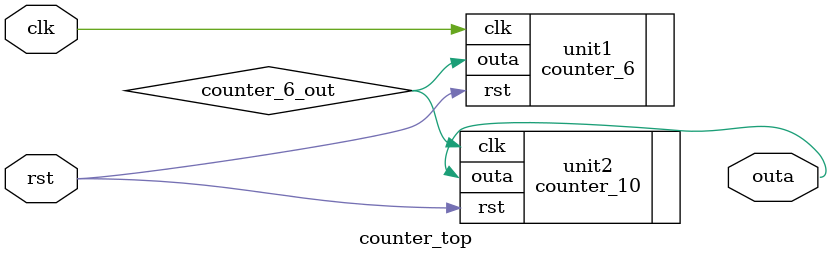
<source format=v>
module counter_top(
    input wire clk,
    input wire rst,
    output wire outa
);
    wire counter_6_out;
    counter_6 unit1(.clk(clk), .rst(rst), .outa(counter_6_out));
    counter_10 unit2(.clk(counter_6_out), .rst(rst), .outa(outa));
endmodule 
</source>
